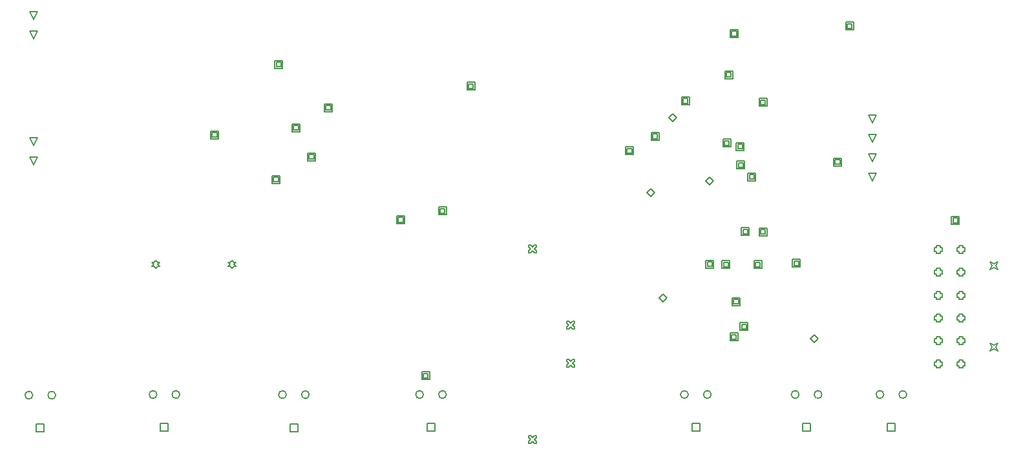
<source format=gbr>
%TF.GenerationSoftware,Altium Limited,Altium Designer,19.1.8 (144)*%
G04 Layer_Color=2752767*
%FSLAX26Y26*%
%MOIN*%
%TF.FileFunction,Drawing*%
%TF.Part,Single*%
G01*
G75*
%TA.AperFunction,NonConductor*%
%ADD107C,0.005000*%
%ADD108C,0.006667*%
D107*
X-350147Y2216486D02*
Y2256486D01*
X-310147D01*
Y2216486D01*
X-350147D01*
X290000Y2220000D02*
Y2260000D01*
X330000D01*
Y2220000D01*
X290000D01*
X957889Y2219161D02*
Y2259161D01*
X997889D01*
Y2219161D01*
X957889D01*
X3961732Y3510276D02*
X3941732Y3550276D01*
X3981732D01*
X3961732Y3510276D01*
Y3610276D02*
X3941732Y3650276D01*
X3981732D01*
X3961732Y3610276D01*
Y3710276D02*
X3941732Y3750276D01*
X3981732D01*
X3961732Y3710276D01*
Y3810276D02*
X3941732Y3850276D01*
X3981732D01*
X3961732Y3810276D01*
X266364Y3062771D02*
X276364Y3072771D01*
X286364D01*
X276364Y3082771D01*
X286364Y3092771D01*
X276364D01*
X266364Y3102771D01*
X256364Y3092771D01*
X246364D01*
X256364Y3082771D01*
X246364Y3072771D01*
X256364D01*
X266364Y3062771D01*
X660065D02*
X670065Y3072771D01*
X680065D01*
X670065Y3082771D01*
X680065Y3092771D01*
X670065D01*
X660065Y3102771D01*
X650065Y3092771D01*
X640065D01*
X650065Y3082771D01*
X640065Y3072771D01*
X650065D01*
X660065Y3062771D01*
X-363268Y3695276D02*
X-383268Y3735276D01*
X-343268D01*
X-363268Y3695276D01*
Y3595276D02*
X-383268Y3635276D01*
X-343268D01*
X-363268Y3595276D01*
Y4345276D02*
X-383268Y4385276D01*
X-343268D01*
X-363268Y4345276D01*
Y4245276D02*
X-383268Y4285276D01*
X-343268D01*
X-363268Y4245276D01*
X3030945Y2220000D02*
Y2260000D01*
X3070945D01*
Y2220000D01*
X3030945D01*
X3602244D02*
Y2260000D01*
X3642244D01*
Y2220000D01*
X3602244D01*
X4039646D02*
Y2260000D01*
X4079646D01*
Y2220000D01*
X4039646D01*
X4570000Y3053976D02*
X4580000Y3073976D01*
X4570000Y3093976D01*
X4590000Y3083976D01*
X4610000Y3093976D01*
X4600000Y3073976D01*
X4610000Y3053976D01*
X4590000Y3063976D01*
X4570000Y3053976D01*
X4291811Y3149016D02*
Y3139016D01*
X4311811D01*
Y3149016D01*
X4321811D01*
Y3169016D01*
X4311811D01*
Y3179016D01*
X4291811D01*
Y3169016D01*
X4281811D01*
Y3149016D01*
X4291811D01*
Y3030905D02*
Y3020905D01*
X4311811D01*
Y3030905D01*
X4321811D01*
Y3050905D01*
X4311811D01*
Y3060905D01*
X4291811D01*
Y3050905D01*
X4281811D01*
Y3030905D01*
X4291811D01*
Y2912795D02*
Y2902795D01*
X4311811D01*
Y2912795D01*
X4321811D01*
Y2932795D01*
X4311811D01*
Y2942795D01*
X4291811D01*
Y2932795D01*
X4281811D01*
Y2912795D01*
X4291811D01*
Y2794685D02*
Y2784685D01*
X4311811D01*
Y2794685D01*
X4321811D01*
Y2814685D01*
X4311811D01*
Y2824685D01*
X4291811D01*
Y2814685D01*
X4281811D01*
Y2794685D01*
X4291811D01*
Y2676575D02*
Y2666575D01*
X4311811D01*
Y2676575D01*
X4321811D01*
Y2696575D01*
X4311811D01*
Y2706575D01*
X4291811D01*
Y2696575D01*
X4281811D01*
Y2676575D01*
X4291811D01*
Y2558465D02*
Y2548465D01*
X4311811D01*
Y2558465D01*
X4321811D01*
Y2578465D01*
X4311811D01*
Y2588465D01*
X4291811D01*
Y2578465D01*
X4281811D01*
Y2558465D01*
X4291811D01*
X4409921Y3149016D02*
Y3139016D01*
X4429921D01*
Y3149016D01*
X4439921D01*
Y3169016D01*
X4429921D01*
Y3179016D01*
X4409921D01*
Y3169016D01*
X4399921D01*
Y3149016D01*
X4409921D01*
Y3030905D02*
Y3020905D01*
X4429921D01*
Y3030905D01*
X4439921D01*
Y3050905D01*
X4429921D01*
Y3060905D01*
X4409921D01*
Y3050905D01*
X4399921D01*
Y3030905D01*
X4409921D01*
Y2912795D02*
Y2902795D01*
X4429921D01*
Y2912795D01*
X4439921D01*
Y2932795D01*
X4429921D01*
Y2942795D01*
X4409921D01*
Y2932795D01*
X4399921D01*
Y2912795D01*
X4409921D01*
Y2794685D02*
Y2784685D01*
X4429921D01*
Y2794685D01*
X4439921D01*
Y2814685D01*
X4429921D01*
Y2824685D01*
X4409921D01*
Y2814685D01*
X4399921D01*
Y2794685D01*
X4409921D01*
Y2676575D02*
Y2666575D01*
X4429921D01*
Y2676575D01*
X4439921D01*
Y2696575D01*
X4429921D01*
Y2706575D01*
X4409921D01*
Y2696575D01*
X4399921D01*
Y2676575D01*
X4409921D01*
Y2558465D02*
Y2548465D01*
X4429921D01*
Y2558465D01*
X4439921D01*
Y2578465D01*
X4429921D01*
Y2588465D01*
X4409921D01*
Y2578465D01*
X4399921D01*
Y2558465D01*
X4409921D01*
X4570000Y2633504D02*
X4580000Y2653504D01*
X4570000Y2673504D01*
X4590000Y2663504D01*
X4610000Y2673504D01*
X4600000Y2653504D01*
X4610000Y2633504D01*
X4590000Y2643504D01*
X4570000Y2633504D01*
X1665000Y2220000D02*
Y2260000D01*
X1705000D01*
Y2220000D01*
X1665000D01*
X2188150Y2156299D02*
X2198150D01*
X2208150Y2166299D01*
X2218150Y2156299D01*
X2228150D01*
Y2166299D01*
X2218150Y2176299D01*
X2228150Y2186299D01*
Y2196299D01*
X2218150D01*
X2208150Y2186299D01*
X2198150Y2196299D01*
X2188150D01*
Y2186299D01*
X2198150Y2176299D01*
X2188150Y2166299D01*
Y2156299D01*
X2385000Y2550000D02*
X2395000D01*
X2405000Y2560000D01*
X2415000Y2550000D01*
X2425000D01*
Y2560000D01*
X2415000Y2570000D01*
X2425000Y2580000D01*
Y2590000D01*
X2415000D01*
X2405000Y2580000D01*
X2395000Y2590000D01*
X2385000D01*
Y2580000D01*
X2395000Y2570000D01*
X2385000Y2560000D01*
Y2550000D01*
X2188150Y3140551D02*
X2198150D01*
X2208150Y3150551D01*
X2218150Y3140551D01*
X2228150D01*
Y3150551D01*
X2218150Y3160551D01*
X2228150Y3170551D01*
Y3180551D01*
X2218150D01*
X2208150Y3170551D01*
X2198150Y3180551D01*
X2188150D01*
Y3170551D01*
X2198150Y3160551D01*
X2188150Y3150551D01*
Y3140551D01*
X2385000Y2746850D02*
X2395000D01*
X2405000Y2756850D01*
X2415000Y2746850D01*
X2425000D01*
Y2756850D01*
X2415000Y2766850D01*
X2425000Y2776850D01*
Y2786850D01*
X2415000D01*
X2405000Y2776850D01*
X2395000Y2786850D01*
X2385000D01*
Y2776850D01*
X2395000Y2766850D01*
X2385000Y2756850D01*
Y2746850D01*
X3641417Y2696850D02*
X3661417Y2716850D01*
X3681417Y2696850D01*
X3661417Y2676850D01*
X3641417Y2696850D01*
X2913071Y3838583D02*
X2933071Y3858583D01*
X2953071Y3838583D01*
X2933071Y3818583D01*
X2913071Y3838583D01*
X2977126Y3904843D02*
Y3944843D01*
X3017126D01*
Y3904843D01*
X2977126D01*
X2985126Y3912843D02*
Y3936843D01*
X3009126D01*
Y3912843D01*
X2985126D01*
X1048305Y3615714D02*
Y3655714D01*
X1088305D01*
Y3615714D01*
X1048305D01*
X1056305Y3623714D02*
Y3647714D01*
X1080305D01*
Y3623714D01*
X1056305D01*
X1135409Y3868900D02*
Y3908900D01*
X1175409D01*
Y3868900D01*
X1135409D01*
X1143409Y3876900D02*
Y3900900D01*
X1167409D01*
Y3876900D01*
X1143409D01*
X1724055Y3336479D02*
Y3376479D01*
X1764055D01*
Y3336479D01*
X1724055D01*
X1732055Y3344479D02*
Y3368479D01*
X1756055D01*
Y3344479D01*
X1732055D01*
X879170Y4092740D02*
Y4132740D01*
X919170D01*
Y4092740D01*
X879170D01*
X887170Y4100740D02*
Y4124740D01*
X911170D01*
Y4100740D01*
X887170D01*
X968353Y3764939D02*
Y3804939D01*
X1008353D01*
Y3764939D01*
X968353D01*
X976353Y3772939D02*
Y3796939D01*
X1000353D01*
Y3772939D01*
X976353D01*
X548403Y3728459D02*
Y3768459D01*
X588403D01*
Y3728459D01*
X548403D01*
X556403Y3736459D02*
Y3760459D01*
X580403D01*
Y3736459D01*
X556403D01*
X865227Y3498559D02*
Y3538559D01*
X905227D01*
Y3498559D01*
X865227D01*
X873227Y3506559D02*
Y3530559D01*
X897227D01*
Y3506559D01*
X873227D01*
X1870385Y3980482D02*
Y4020482D01*
X1910385D01*
Y3980482D01*
X1870385D01*
X1878385Y3988482D02*
Y4012482D01*
X1902385D01*
Y3988482D01*
X1878385D01*
X1637963Y2487335D02*
Y2527335D01*
X1677963D01*
Y2487335D01*
X1637963D01*
X1645963Y2495335D02*
Y2519335D01*
X1669963D01*
Y2495335D01*
X1645963D01*
X1508187Y3291577D02*
Y3331577D01*
X1548187D01*
Y3291577D01*
X1508187D01*
X1516187Y3299577D02*
Y3323577D01*
X1540187D01*
Y3299577D01*
X1516187D01*
X2860472Y2908869D02*
X2880472Y2928869D01*
X2900472Y2908869D01*
X2880472Y2888869D01*
X2860472Y2908869D01*
X3101338Y3511102D02*
X3121338Y3531102D01*
X3141338Y3511102D01*
X3121338Y3491102D01*
X3101338Y3511102D01*
X2797084Y3452047D02*
X2817084Y3472047D01*
X2837084Y3452047D01*
X2817084Y3432047D01*
X2797084Y3452047D01*
X3286544Y3230181D02*
Y3270181D01*
X3326544D01*
Y3230181D01*
X3286544D01*
X3294544Y3238181D02*
Y3262181D01*
X3318544D01*
Y3238181D01*
X3294544D01*
X3377953Y3229294D02*
Y3269294D01*
X3417953D01*
Y3229294D01*
X3377953D01*
X3385953Y3237294D02*
Y3261294D01*
X3409953D01*
Y3237294D01*
X3385953D01*
X3824449Y4290669D02*
Y4330669D01*
X3864449D01*
Y4290669D01*
X3824449D01*
X3832449Y4298669D02*
Y4322669D01*
X3856449D01*
Y4298669D01*
X3832449D01*
X2821299Y3721417D02*
Y3761417D01*
X2861299D01*
Y3721417D01*
X2821299D01*
X2829299Y3729417D02*
Y3753417D01*
X2853299D01*
Y3729417D01*
X2829299D01*
X3238457Y2868511D02*
Y2908511D01*
X3278457D01*
Y2868511D01*
X3238457D01*
X3246457Y2876511D02*
Y2900511D01*
X3270457D01*
Y2876511D01*
X3246457D01*
X2688624Y3647207D02*
Y3687207D01*
X2728624D01*
Y3647207D01*
X2688624D01*
X2696624Y3655207D02*
Y3679207D01*
X2720624D01*
Y3655207D01*
X2696624D01*
X3200787Y4038701D02*
Y4078701D01*
X3240787D01*
Y4038701D01*
X3200787D01*
X3208787Y4046701D02*
Y4070701D01*
X3232787D01*
Y4046701D01*
X3208787D01*
X3228597Y4251074D02*
Y4291074D01*
X3268597D01*
Y4251074D01*
X3228597D01*
X3236597Y4259074D02*
Y4283074D01*
X3260597D01*
Y4259074D01*
X3236597D01*
X3279528Y2740800D02*
Y2780800D01*
X3319528D01*
Y2740800D01*
X3279528D01*
X3287528Y2748800D02*
Y2772800D01*
X3311528D01*
Y2748800D01*
X3287528D01*
X3227163Y2687330D02*
Y2727330D01*
X3267163D01*
Y2687330D01*
X3227163D01*
X3235163Y2695330D02*
Y2719330D01*
X3259163D01*
Y2695330D01*
X3235163D01*
X3549331Y3066854D02*
Y3106854D01*
X3589331D01*
Y3066854D01*
X3549331D01*
X3557331Y3074854D02*
Y3098854D01*
X3581331D01*
Y3074854D01*
X3557331D01*
X3351174Y3060920D02*
Y3100920D01*
X3391174D01*
Y3060920D01*
X3351174D01*
X3359174Y3068920D02*
Y3092920D01*
X3383174D01*
Y3068920D01*
X3359174D01*
X3103148Y3062282D02*
Y3102282D01*
X3143148D01*
Y3062282D01*
X3103148D01*
X3111148Y3070282D02*
Y3094282D01*
X3135148D01*
Y3070282D01*
X3111148D01*
X3185910Y3060920D02*
Y3100920D01*
X3225910D01*
Y3060920D01*
X3185910D01*
X3193910Y3068920D02*
Y3092920D01*
X3217910D01*
Y3068920D01*
X3193910D01*
X3761722Y3589519D02*
Y3629519D01*
X3801722D01*
Y3589519D01*
X3761722D01*
X3769722Y3597519D02*
Y3621519D01*
X3793722D01*
Y3597519D01*
X3769722D01*
X3318898Y3512126D02*
Y3552126D01*
X3358898D01*
Y3512126D01*
X3318898D01*
X3326898Y3520126D02*
Y3544126D01*
X3350898D01*
Y3520126D01*
X3326898D01*
X3262562Y3573890D02*
Y3613890D01*
X3302562D01*
Y3573890D01*
X3262562D01*
X3270562Y3581890D02*
Y3605890D01*
X3294562D01*
Y3581890D01*
X3270562D01*
X3377954Y3896455D02*
Y3936455D01*
X3417954D01*
Y3896455D01*
X3377954D01*
X3385954Y3904455D02*
Y3928455D01*
X3409954D01*
Y3904455D01*
X3385954D01*
X3259843Y3668268D02*
Y3708268D01*
X3299843D01*
Y3668268D01*
X3259843D01*
X3267843Y3676268D02*
Y3700268D01*
X3291843D01*
Y3676268D01*
X3267843D01*
X3190354Y3687499D02*
Y3727499D01*
X3230354D01*
Y3687499D01*
X3190354D01*
X3198354Y3695499D02*
Y3719499D01*
X3222354D01*
Y3695499D01*
X3198354D01*
X4370000Y3288189D02*
Y3328189D01*
X4410000D01*
Y3288189D01*
X4370000D01*
X4378000Y3296189D02*
Y3320189D01*
X4402000D01*
Y3296189D01*
X4378000D01*
D108*
X-369202Y2406565D02*
G03*
X-369202Y2406565I-20000J0D01*
G01*
X-251092D02*
G03*
X-251092Y2406565I-20000J0D01*
G01*
X270945Y2410079D02*
G03*
X270945Y2410079I-20000J0D01*
G01*
X389055D02*
G03*
X389055Y2410079I-20000J0D01*
G01*
X938834Y2409240D02*
G03*
X938834Y2409240I-20000J0D01*
G01*
X1056944D02*
G03*
X1056944Y2409240I-20000J0D01*
G01*
X3011890Y2410079D02*
G03*
X3011890Y2410079I-20000J0D01*
G01*
X3130000D02*
G03*
X3130000Y2410079I-20000J0D01*
G01*
X3583189D02*
G03*
X3583189Y2410079I-20000J0D01*
G01*
X3701299D02*
G03*
X3701299Y2410079I-20000J0D01*
G01*
X4020591D02*
G03*
X4020591Y2410079I-20000J0D01*
G01*
X4138701D02*
G03*
X4138701Y2410079I-20000J0D01*
G01*
X1645945D02*
G03*
X1645945Y2410079I-20000J0D01*
G01*
X1764055D02*
G03*
X1764055Y2410079I-20000J0D01*
G01*
%TF.MD5,acfe73b22c94857ae65f324607546b37*%
M02*

</source>
